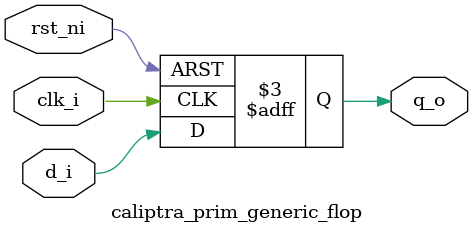
<source format=sv>

`include "caliptra_prim_assert.sv"

module caliptra_prim_generic_flop #(
  parameter int               Width      = 1,
  parameter logic [Width-1:0] ResetValue = 0
) (
  input                    clk_i,
  input                    rst_ni,
  input        [Width-1:0] d_i,
  output logic [Width-1:0] q_o
);

  always_ff @(posedge clk_i or negedge rst_ni) begin
    if (!rst_ni) begin
      q_o <= ResetValue;
    end else begin
      q_o <= d_i;
    end
  end

endmodule

</source>
